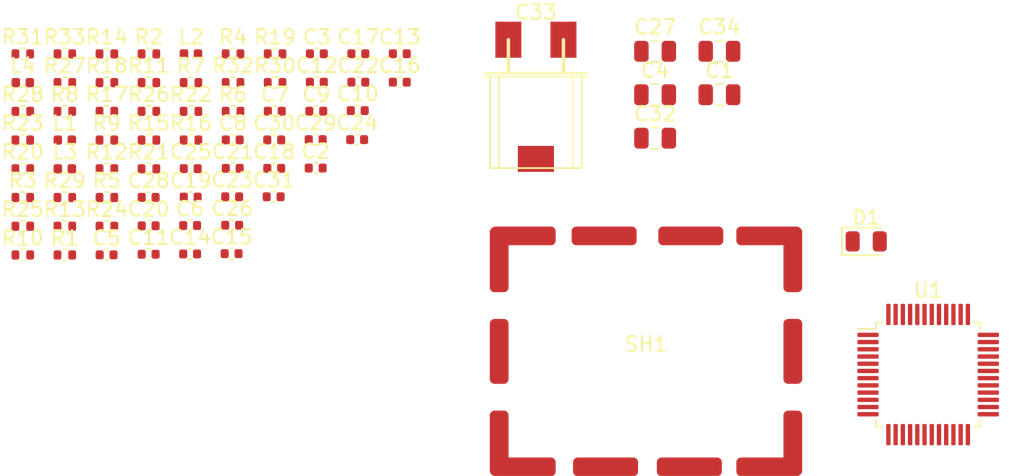
<source format=kicad_pcb>
(kicad_pcb (version 20211014) (generator pcbnew)
  (layers (0 "F.Cu" signal) (31 "B.Cu" signal) (34 "B.Paste" user) (35 "F.Paste" user) (36 "B.SilkS" user "B.Silkscreen") (37 "F.SilkS" user "F.Silkscreen") (38 "B.Mask" user) (39 "F.Mask" user) (44 "Edge.Cuts" user))
  (net 0 "")
  (footprint "Capacitor_SMD:C_0402_1005Metric" (layer "F.Cu") (at 99.43 69.68)
    (fp_text reference "C10" (at 0 -1.16) (layer "F.SilkS"))
    (fp_text value "100n")
    (fp_line (start -0.107836 0.36) (end 0.107836 0.36) (layer "F.SilkS") (width 0.12))
    (fp_line (start -0.107836 -0.36) (end 0.107836 -0.36) (layer "F.SilkS") (width 0.12))
    (pad "1" smd roundrect (at -0.48 0) (size 0.56 0.62) (layers "F.Cu" "F.Paste" "F.Mask"))
    (pad "2" smd roundrect (at 0.48 0) (size 0.56 0.62) (layers "F.Cu" "F.Paste" "F.Mask"))
  )
  (footprint "Capacitor_SMD:C_0402_1005Metric" (layer "F.Cu") (at 99.39 71.69)
    (fp_text reference "C24" (at 0 -1.16) (layer "F.SilkS"))
    (fp_text value "tbd pF")
    (fp_line (start -0.107836 0.36) (end 0.107836 0.36) (layer "F.SilkS") (width 0.12))
    (fp_line (start -0.107836 -0.36) (end 0.107836 -0.36) (layer "F.SilkS") (width 0.12))
    (pad "1" smd roundrect (at -0.48 0) (size 0.56 0.62) (layers "F.Cu" "F.Paste" "F.Mask"))
    (pad "2" smd roundrect (at 0.48 0) (size 0.56 0.62) (layers "F.Cu" "F.Paste" "F.Mask"))
  )
  (footprint "Resistor_SMD:R_0402_1005Metric" (layer "F.Cu") (at 82.07 73.71)
    (fp_text reference "R12" (at 0 -1.17) (layer "F.SilkS"))
    (fp_text value "68R")
    (fp_line (start -0.153641 -0.38) (end 0.153641 -0.38) (layer "F.SilkS") (width 0.12))
    (fp_line (start -0.153641 0.38) (end 0.153641 0.38) (layer "F.SilkS") (width 0.12))
    (pad "1" smd roundrect (at -0.51 0) (size 0.54 0.64) (layers "F.Cu" "F.Paste" "F.Mask"))
    (pad "2" smd roundrect (at 0.51 0) (size 0.54 0.64) (layers "F.Cu" "F.Paste" "F.Mask"))
  )
  (footprint "Capacitor_SMD:C_0402_1005Metric" (layer "F.Cu") (at 90.74 77.62)
    (fp_text reference "C26" (at 0 -1.16) (layer "F.SilkS"))
    (fp_text value "tbd pF")
    (fp_line (start -0.107836 -0.36) (end 0.107836 -0.36) (layer "F.SilkS") (width 0.12))
    (fp_line (start -0.107836 0.36) (end 0.107836 0.36) (layer "F.SilkS") (width 0.12))
    (pad "1" smd roundrect (at -0.48 0) (size 0.56 0.62) (layers "F.Cu" "F.Paste" "F.Mask"))
    (pad "2" smd roundrect (at 0.48 0) (size 0.56 0.62) (layers "F.Cu" "F.Paste" "F.Mask"))
  )
  (footprint "Capacitor_SMD:C_0805_2012Metric" (layer "F.Cu") (at 120.01 71.59)
    (fp_text reference "C32" (at 0 -1.68) (layer "F.SilkS"))
    (fp_text value "10uF")
    (fp_line (start -0.261252 0.735) (end 0.261252 0.735) (layer "F.SilkS") (width 0.12))
    (fp_line (start -0.261252 -0.735) (end 0.261252 -0.735) (layer "F.SilkS") (width 0.12))
    (pad "1" smd roundrect (at -0.95 0) (size 1 1.45) (layers "F.Cu" "F.Paste" "F.Mask"))
    (pad "2" smd roundrect (at 0.95 0) (size 1 1.45) (layers "F.Cu" "F.Paste" "F.Mask"))
  )
  (footprint "Capacitor_SMD:C_0402_1005Metric" (layer "F.Cu") (at 90.7 79.59)
    (fp_text reference "C15" (at 0 -1.16) (layer "F.SilkS"))
    (fp_text value "tbd pF")
    (fp_line (start -0.107836 0.36) (end 0.107836 0.36) (layer "F.SilkS") (width 0.12))
    (fp_line (start -0.107836 -0.36) (end 0.107836 -0.36) (layer "F.SilkS") (width 0.12))
    (pad "1" smd roundrect (at -0.48 0) (size 0.56 0.62) (layers "F.Cu" "F.Paste" "F.Mask"))
    (pad "2" smd roundrect (at 0.48 0) (size 0.56 0.62) (layers "F.Cu" "F.Paste" "F.Mask"))
  )
  (footprint "Resistor_SMD:R_0402_1005Metric" (layer "F.Cu") (at 82.07 67.74)
    (fp_text reference "R18" (at 0 -1.17) (layer "F.SilkS"))
    (fp_text value "10k")
    (fp_line (start -0.153641 0.38) (end 0.153641 0.38) (layer "F.SilkS") (width 0.12))
    (fp_line (start -0.153641 -0.38) (end 0.153641 -0.38) (layer "F.SilkS") (width 0.12))
    (pad "1" smd roundrect (at -0.51 0) (size 0.54 0.64) (layers "F.Cu" "F.Paste" "F.Mask"))
    (pad "2" smd roundrect (at 0.51 0) (size 0.54 0.64) (layers "F.Cu" "F.Paste" "F.Mask"))
  )
  (footprint "Package_QFP:LQFP-48_7x7mm_P0.5mm" (layer "F.Cu") (at 138.905 87.965)
    (fp_text reference "U1" (at 0 -5.85) (layer "F.SilkS"))
    (fp_text value "STM32F100C8Tb8")
    (fp_line (start -3.16 -3.61) (end -3.61 -3.61) (layer "F.SilkS") (width 0.12))
    (fp_line (start -3.16 3.61) (end -3.61 3.61) (layer "F.SilkS") (width 0.12))
    (fp_line (start -3.61 -3.61) (end -3.61 -3.16) (layer "F.SilkS") (width 0.12))
    (fp_line (start -3.61 -3.16) (end -4.9 -3.16) (layer "F.SilkS") (width 0.12))
    (fp_line (start -3.61 3.61) (end -3.61 3.16) (layer "F.SilkS") (width 0.12))
    (fp_line (start 3.61 -3.61) (end 3.61 -3.16) (layer "F.SilkS") (width 0.12))
    (fp_line (start 3.16 3.61) (end 3.61 3.61) (layer "F.SilkS") (width 0.12))
    (fp_line (start 3.16 -3.61) (end 3.61 -3.61) (layer "F.SilkS") (width 0.12))
    (fp_line (start 3.61 3.61) (end 3.61 3.16) (layer "F.SilkS") (width 0.12))
    (pad "1" smd roundrect (at -4.1625 -2.75) (size 1.475 0.3) (layers "F.Cu" "F.Paste" "F.Mask"))
    (pad "2" smd roundrect (at -4.1625 -2.25) (size 1.475 0.3) (layers "F.Cu" "F.Paste" "F.Mask"))
    (pad "3" smd roundrect (at -4.1625 -1.75) (size 1.475 0.3) (layers "F.Cu" "F.Paste" "F.Mask"))
    (pad "4" smd roundrect (at -4.1625 -1.25) (size 1.475 0.3) (layers "F.Cu" "F.Paste" "F.Mask"))
    (pad "5" smd roundrect (at -4.1625 -0.75) (size 1.475 0.3) (layers "F.Cu" "F.Paste" "F.Mask"))
    (pad "6" smd roundrect (at -4.1625 -0.25) (size 1.475 0.3) (layers "F.Cu" "F.Paste" "F.Mask"))
    (pad "7" smd roundrect (at -4.1625 0.25) (size 1.475 0.3) (layers "F.Cu" "F.Paste" "F.Mask"))
    (pad "8" smd roundrect (at -4.1625 0.75) (size 1.475 0.3) (layers "F.Cu" "F.Paste" "F.Mask"))
    (pad "9" smd roundrect (at -4.1625 1.25) (size 1.475 0.3) (layers "F.Cu" "F.Paste" "F.Mask"))
    (pad "10" smd roundrect (at -4.1625 1.75) (size 1.475 0.3) (layers "F.Cu" "F.Paste" "F.Mask"))
    (pad "11" smd roundrect (at -4.1625 2.25) (size 1.475 0.3) (layers "F.Cu" "F.Paste" "F.Mask"))
    (pad "12" smd roundrect (at -4.1625 2.75) (size 1.475 0.3) (layers "F.Cu" "F.Paste" "F.Mask"))
    (pad "13" smd roundrect (at -2.75 4.1625) (size 0.3 1.475) (layers "F.Cu" "F.Paste" "F.Mask"))
    (pad "14" smd roundrect (at -2.25 4.1625) (size 0.3 1.475) (layers "F.Cu" "F.Paste" "F.Mask"))
    (pad "15" smd roundrect (at -1.75 4.1625) (size 0.3 1.475) (layers "F.Cu" "F.Paste" "F.Mask"))
    (pad "16" smd roundrect (at -1.25 4.1625) (size 0.3 1.475) (layers "F.Cu" "F.Paste" "F.Mask"))
    (pad "17" smd roundrect (at -0.75 4.1625) (size 0.3 1.475) (layers "F.Cu" "F.Paste" "F.Mask"))
    (pad "18" smd roundrect (at -0.25 4.1625) (size 0.3 1.475) (layers "F.Cu" "F.Paste" "F.Mask"))
    (pad "19" smd roundrect (at 0.25 4.1625) (size 0.3 1.475) (layers "F.Cu" "F.Paste" "F.Mask"))
    (pad "20" smd roundrect (at 0.75 4.1625) (size 0.3 1.475) (layers "F.Cu" "F.Paste" "F.Mask"))
    (pad "21" smd roundrect (at 1.25 4.1625) (size 0.3 1.475) (layers "F.Cu" "F.Paste" "F.Mask"))
    (pad "22" smd roundrect (at 1.75 4.1625) (size 0.3 1.475) (layers "F.Cu" "F.Paste" "F.Mask"))
    (pad "23" smd roundrect (at 2.25 4.1625) (size 0.3 1.475) (layers "F.Cu" "F.Paste" "F.Mask"))
    (pad "24" smd roundrect (at 2.75 4.1625) (size 0.3 1.475) (layers "F.Cu" "F.Paste" "F.Mask"))
    (pad "25" smd roundrect (at 4.1625 2.75) (size 1.475 0.3) (layers "F.Cu" "F.Paste" "F.Mask"))
    (pad "26" smd roundrect (at 4.1625 2.25) (size 1.475 0.3) (layers "F.Cu" "F.Paste" "F.Mask"))
    (pad "27" smd roundrect (at 4.1625 1.75) (size 1.475 0.3) (layers "F.Cu" "F.Paste" "F.Mask"))
    (pad "28" smd roundrect (at 4.1625 1.25) (size 1.475 0.3) (layers "F.Cu" "F.Paste" "F.Mask"))
    (pad "29" smd roundrect (at 4.1625 0.75) (size 1.475 0.3) (layers "F.Cu" "F.Paste" "F.Mask"))
    (pad "30" smd roundrect (at 4.1625 0.25) (size 1.475 0.3) (layers "F.Cu" "F.Paste" "F.Mask"))
    (pad "31" smd roundrect (at 4.1625 -0.25) (size 1.475 0.3) (layers "F.Cu" "F.Paste" "F.Mask"))
    (pad "32" smd roundrect (at 4.1625 -0.75) (size 1.475 0.3) (layers "F.Cu" "F.Paste" "F.Mask"))
    (pad "33" smd roundrect (at 4.1625 -1.25) (size 1.475 0.3) (layers "F.Cu" "F.Paste" "F.Mask"))
    (pad "34" smd roundrect (at 4.1625 -1.75) (size 1.475 0.3) (layers "F.Cu" "F.Paste" "F.Mask"))
    (pad "35" smd roundrect (at 4.1625 -2.25) (size 1.475 0.3) (layers "F.Cu" "F.Paste" "F.Mask"))
    (pad "36" smd roundrect (at 4.1625 -2.75) (size 1.475 0.3) (layers "F.Cu" "F.Paste" "F.Mask"))
    (pad "37" smd roundrect (at 2.75 -4.1625) (size 0.3 1.475) (layers "F.Cu" "F.Paste" "F.Mask"))
    (pad "38" smd roundrect (at 2.25 -4.1625) (size 0.3 1.475) (layers "F.Cu" "F.Paste" "F.Mask"))
    (pad "39" smd roundrect (at 1.75 -4.1625) (size 0.3 1.475) (layers "F.Cu" "F.Paste" "F.Mask"))
    (pad "40" smd roundrect (at 1.25 -4.1625) (size 0.3 1.475) (layers "F.Cu" "F.Paste" "F.Mask"))
    (pad "41" smd roundrect (at 0.75 -4.1625) (size 0.3 1.475) (layers "F.Cu" "F.Paste" "F.Mask"))
    (pad "42" smd roundrect (at 0.25 -4.1625) (size 0.3 1.475) (layers "F.Cu" "F.Paste" "F.Mask"))
    (pad "43" smd roundrect (at -0.25 -4.1625) (size 0.3 1.475) (layers "F.Cu" "F.Paste" "F.Mask"))
    (pad "44" smd roundrect (at -0.75 -4.1625) (size 0.3 1.475) (layers "F.Cu" "F.Paste" "F.Mask"))
    (pad "45" smd roundrect (at -1.25 -4.1625) (size 0.3 1.475) (layers "F.Cu" "F.Paste" "F.Mask"))
    (pad "46" smd roundrect (at -1.75 -4.1625) (size 0.3 1.475) (layers "F.Cu" "F.Paste" "F.Mask"))
    (pad "47" smd roundrect (at -2.25 -4.1625) (size 0.3 1.475) (layers "F.Cu" "F.Paste" "F.Mask"))
    (pad "48" smd roundrect (at -2.75 -4.1625) (size 0.3 1.475) (layers "F.Cu" "F.Paste" "F.Mask"))
  )
  (footprint "Resistor_SMD:R_0402_1005Metric" (layer "F.Cu") (at 82.07 65.75)
    (fp_text reference "R14" (at 0 -1.17) (layer "F.SilkS"))
    (fp_text value "10k")
    (fp_line (start -0.153641 -0.38) (end 0.153641 -0.38) (layer "F.SilkS") (width 0.12))
    (fp_line (start -0.153641 0.38) (end 0.153641 0.38) (layer "F.SilkS") (width 0.12))
    (pad "1" smd roundrect (at -0.51 0) (size 0.54 0.64) (layers "F.Cu" "F.Paste" "F.Mask"))
    (pad "2" smd roundrect (at 0.51 0) (size 0.54 0.64) (layers "F.Cu" "F.Paste" "F.Mask"))
  )
  (footprint "Capacitor_SMD:C_0402_1005Metric" (layer "F.Cu") (at 93.69 69.72)
    (fp_text reference "C7" (at 0 -1.16) (layer "F.SilkS"))
    (fp_text value "1n")
    (fp_line (start -0.107836 0.36) (end 0.107836 0.36) (layer "F.SilkS") (width 0.12))
    (fp_line (start -0.107836 -0.36) (end 0.107836 -0.36) (layer "F.SilkS") (width 0.12))
    (pad "1" smd roundrect (at -0.48 0) (size 0.56 0.62) (layers "F.Cu" "F.Paste" "F.Mask"))
    (pad "2" smd roundrect (at 0.48 0) (size 0.56 0.62) (layers "F.Cu" "F.Paste" "F.Mask"))
  )
  (footprint "Inductor_SMD:L_0402_1005Metric" (layer "F.Cu") (at 79.16 71.72)
    (fp_text reference "L1" (at 0 -1.17) (layer "F.SilkS"))
    (fp_text value "tbd")
    (pad "1" smd roundrect (at -0.485 0) (size 0.59 0.64) (layers "F.Cu" "F.Paste" "F.Mask"))
    (pad "2" smd roundrect (at 0.485 0) (size 0.59 0.64) (layers "F.Cu" "F.Paste" "F.Mask"))
  )
  (footprint "Capacitor_SMD:C_0402_1005Metric" (layer "F.Cu") (at 93.65 73.68)
    (fp_text reference "C18" (at 0 -1.16) (layer "F.SilkS"))
    (fp_text value "10n")
    (fp_line (start -0.107836 0.36) (end 0.107836 0.36) (layer "F.SilkS") (width 0.12))
    (fp_line (start -0.107836 -0.36) (end 0.107836 -0.36) (layer "F.SilkS") (width 0.12))
    (pad "1" smd roundrect (at -0.48 0) (size 0.56 0.62) (layers "F.Cu" "F.Paste" "F.Mask"))
    (pad "2" smd roundrect (at 0.48 0) (size 0.56 0.62) (layers "F.Cu" "F.Paste" "F.Mask"))
  )
  (footprint "Capacitor_SMD:C_0402_1005Metric" (layer "F.Cu") (at 102.34 65.74)
    (fp_text reference "C13" (at 0 -1.16) (layer "F.SilkS"))
    (fp_text value "100n")
    (fp_line (start -0.107836 -0.36) (end 0.107836 -0.36) (layer "F.SilkS") (width 0.12))
    (fp_line (start -0.107836 0.36) (end 0.107836 0.36) (layer "F.SilkS") (width 0.12))
    (pad "1" smd roundrect (at -0.48 0) (size 0.56 0.62) (layers "F.Cu" "F.Paste" "F.Mask"))
    (pad "2" smd roundrect (at 0.48 0) (size 0.56 0.62) (layers "F.Cu" "F.Paste" "F.Mask"))
  )
  (footprint "Resistor_SMD:R_0402_1005Metric" (layer "F.Cu") (at 79.16 67.74)
    (fp_text reference "R27" (at 0 -1.17) (layer "F.SilkS"))
    (fp_text value "10k")
    (fp_line (start -0.153641 -0.38) (end 0.153641 -0.38) (layer "F.SilkS") (width 0.12))
    (fp_line (start -0.153641 0.38) (end 0.153641 0.38) (layer "F.SilkS") (width 0.12))
    (pad "1" smd roundrect (at -0.51 0) (size 0.54 0.64) (layers "F.Cu" "F.Paste" "F.Mask"))
    (pad "2" smd roundrect (at 0.51 0) (size 0.54 0.64) (layers "F.Cu" "F.Paste" "F.Mask"))
  )
  (footprint "Inductor_SMD:L_0402_1005Metric" (layer "F.Cu") (at 79.16 73.71)
    (fp_text reference "L3" (at 0 -1.17) (layer "F.SilkS"))
    (fp_text value "tbd")
    (pad "1" smd roundrect (at -0.485 0) (size 0.59 0.64) (layers "F.Cu" "F.Paste" "F.Mask"))
    (pad "2" smd roundrect (at 0.485 0) (size 0.59 0.64) (layers "F.Cu" "F.Paste" "F.Mask"))
  )
  (footprint "RPM411:RMP411_Shield" (layer "F.Cu") (at 119.38 86.36)
    (fp_text reference "SH1" (at 0 -0.5 unlocked) (layer "F.SilkS"))
    (fp_text value "RFShield")
    (pad "1" smd roundrect (at 10.16 0 270) (size 4.5 1.3) (layers "F.Cu" "F.Paste" "F.Mask"))
    (pad "1" smd roundrect (at 3.1 -8 180) (size 4.5 1.3) (layers "F.Cu" "F.Paste" "F.Mask"))
    (pad "1" smd roundrect (at -10.16 -6.35 270) (size 4.5 1.3) (layers "F.Cu" "F.Paste" "F.Mask"))
    (pad "1" smd roundrect (at -8.5 -8) (size 4.5 1.3) (layers "F.Cu" "F.Paste" "F.Mask"))
    (pad "1" smd roundrect (at 8.5 8) (size 4.5 1.3) (layers "F.Cu" "F.Paste" "F.Mask"))
    (pad "1" smd roundrect (at 10.16 -6.35 270) (size 4.5 1.3) (layers "F.Cu" "F.Paste" "F.Mask"))
    (pad "1" smd roundrect (at -10.16 6.35 270) (size 4.5 1.3) (layers "F.Cu" "F.Paste" "F.Mask"))
    (pad "1" smd roundrect (at -2.9 -8 180) (size 4.5 1.3) (layers "F.Cu" "F.Paste" "F.Mask"))
    (pad "1" smd roundrect (at 8.5 -8) (size 4.5 1.3) (layers "F.Cu" "F.Paste" "F.Mask"))
    (pad "1" smd roundrect (at -8.5 8) (size 4.5 1.3) (layers "F.Cu" "F.Paste" "F.Mask"))
    (pad "1" smd roundrect (at -2.8 8 180) (size 4.5 1.3) (layers "F.Cu" "F.Paste" "F.Mask"))
    (pad "1" smd roundrect (at 10.16 6.35 270) (size 4.5 1.3) (layers "F.Cu" "F.Paste" "F.Mask"))
    (pad "1" smd roundrect (at -10.16 0 270) (size 4.5 1.3) (layers "F.Cu" "F.Paste" "F.Mask"))
    (pad "1" smd roundrect (at 3 8 180) (size 4.5 1.3) (layers "F.Cu" "F.Paste" "F.Mask"))
  )
  (footprint "Resistor_SMD:R_0402_1005Metric" (layer "F.Cu") (at 76.25 77.69)
    (fp_text reference "R25" (at 0 -1.17) (layer "F.SilkS"))
    (fp_text value "0R")
    (fp_line (start -0.153641 -0.38) (end 0.153641 -0.38) (layer "F.SilkS") (width 0.12))
    (fp_line (start -0.153641 0.38) (end 0.153641 0.38) (layer "F.SilkS") (width 0.12))
    (pad "1" smd roundrect (at -0.51 0) (size 0.54 0.64) (layers "F.Cu" "F.Paste" "F.Mask"))
    (pad "2" smd roundrect (at 0.51 0) (size 0.54 0.64) (layers "F.Cu" "F.Paste" "F.Mask"))
  )
  (footprint "Capacitor_SMD:C_0402_1005Metric" (layer "F.Cu") (at 99.47 65.74)
    (fp_text reference "C17" (at 0 -1.16) (layer "F.SilkS"))
    (fp_text value "100n")
    (fp_line (start -0.107836 -0.36) (end 0.107836 -0.36) (layer "F.SilkS") (width 0.12))
    (fp_line (start -0.107836 0.36) (end 0.107836 0.36) (layer "F.SilkS") (width 0.12))
    (pad "1" smd roundrect (at -0.48 0) (size 0.56 0.62) (layers "F.Cu" "F.Paste" "F.Mask"))
    (pad "2" smd roundrect (at 0.48 0) (size 0.56 0.62) (layers "F.Cu" "F.Paste" "F.Mask"))
  )
  (footprint "Resistor_SMD:R_0402_1005Metric" (layer "F.Cu") (at 82.07 75.7)
    (fp_text reference "R5" (at 0 -1.17) (layer "F.SilkS"))
    (fp_text value "1k")
    (fp_line (start -0.153641 -0.38) (end 0.153641 -0.38) (layer "F.SilkS") (width 0.12))
    (fp_line (start -0.153641 0.38) (end 0.153641 0.38) (layer "F.SilkS") (width 0.12))
    (pad "1" smd roundrect (at -0.51 0) (size 0.54 0.64) (layers "F.Cu" "F.Paste" "F.Mask"))
    (pad "2" smd roundrect (at 0.51 0) (size 0.54 0.64) (layers "F.Cu" "F.Paste" "F.Mask"))
  )
  (footprint "Capacitor_SMD:C_0402_1005Metric" (layer "F.Cu") (at 82.05 79.67)
    (fp_text reference "C5" (at 0 -1.16) (layer "F.SilkS"))
    (fp_text value "100n")
    (fp_line (start -0.107836 -0.36) (end 0.107836 -0.36) (layer "F.SilkS") (width 0.12))
    (fp_line (start -0.107836 0.36) (end 0.107836 0.36) (layer "F.SilkS") (width 0.12))
    (pad "1" smd roundrect (at -0.48 0) (size 0.56 0.62) (layers "F.Cu" "F.Paste" "F.Mask"))
    (pad "2" smd roundrect (at 0.48 0) (size 0.56 0.62) (layers "F.Cu" "F.Paste" "F.Mask"))
  )
  (footprint "Resistor_SMD:R_0402_1005Metric" (layer "F.Cu") (at 82.07 69.73)
    (fp_text reference "R17" (at 0 -1.17) (layer "F.SilkS"))
    (fp_text value "10k")
    (fp_line (start -0.153641 0.38) (end 0.153641 0.38) (layer "F.SilkS") (width 0.12))
    (fp_line (start -0.153641 -0.38) (end 0.153641 -0.38) (layer "F.SilkS") (width 0.12))
    (pad "1" smd roundrect (at -0.51 0) (size 0.54 0.64) (layers "F.Cu" "F.Paste" "F.Mask"))
    (pad "2" smd roundrect (at 0.51 0) (size 0.54 0.64) (layers "F.Cu" "F.Paste" "F.Mask"))
  )
  (footprint "Resistor_SMD:R_0402_1005Metric" (layer "F.Cu") (at 82.07 71.72)
    (fp_text reference "R9" (at 0 -1.17) (layer "F.SilkS"))
    (fp_text value "10k")
    (fp_line (start -0.153641 0.38) (end 0.153641 0.38) (layer "F.SilkS") (width 0.12))
    (fp_line (start -0.153641 -0.38) (end 0.153641 -0.38) (layer "F.SilkS") (width 0.12))
    (pad "1" smd roundrect (at -0.51 0) (size 0.54 0.64) (layers "F.Cu" "F.Paste" "F.Mask"))
    (pad "2" smd roundrect (at 0.51 0) (size 0.54 0.64) (layers "F.Cu" "F.Paste" "F.Mask"))
  )
  (footprint "Resistor_SMD:R_0402_1005Metric" (layer "F.Cu") (at 90.8 67.74)
    (fp_text reference "R32" (at 0 -1.17) (layer "F.SilkS"))
    (fp_text value "220R")
    (fp_line (start -0.153641 0.38) (end 0.153641 0.38) (layer "F.SilkS") (width 0.12))
    (fp_line (start -0.153641 -0.38) (end 0.153641 -0.38) (layer "F.SilkS") (width 0.12))
    (pad "1" smd roundrect (at -0.51 0) (size 0.54 0.64) (layers "F.Cu" "F.Paste" "F.Mask"))
    (pad "2" smd roundrect (at 0.51 0) (size 0.54 0.64) (layers "F.Cu" "F.Paste" "F.Mask"))
  )
  (footprint "Resistor_SMD:R_0402_1005Metric" (layer "F.Cu") (at 90.8 65.75)
    (fp_text reference "R4" (at 0 -1.17) (layer "F.SilkS"))
    (fp_text value "1k")
    (fp_line (start -0.153641 0.38) (end 0.153641 0.38) (layer "F.SilkS") (width 0.12))
    (fp_line (start -0.153641 -0.38) (end 0.153641 -0.38) (layer "F.SilkS") (width 0.12))
    (pad "1" smd roundrect (at -0.51 0) (size 0.54 0.64) (layers "F.Cu" "F.Paste" "F.Mask"))
    (pad "2" smd roundrect (at 0.51 0) (size 0.54 0.64) (layers "F.Cu" "F.Paste" "F.Mask"))
  )
  (footprint "Resistor_SMD:R_0402_1005Metric" (layer "F.Cu") (at 90.8 69.73)
    (fp_text reference "R6" (at 0 -1.17) (layer "F.SilkS"))
    (fp_text value "10k")
    (fp_line (start -0.153641 -0.38) (end 0.153641 -0.38) (layer "F.SilkS") (width 0.12))
    (fp_line (start -0.153641 0.38) (end 0.153641 0.38) (layer "F.SilkS") (width 0.12))
    (pad "1" smd roundrect (at -0.51 0) (size 0.54 0.64) (layers "F.Cu" "F.Paste" "F.Mask"))
    (pad "2" smd roundrect (at 0.51 0) (size 0.54 0.64) (layers "F.Cu" "F.Paste" "F.Mask"))
  )
  (footprint "Resistor_SMD:R_0402_1005Metric" (layer "F.Cu") (at 79.16 77.69)
    (fp_text reference "R13" (at 0 -1.17) (layer "F.SilkS"))
    (fp_text value "1k")
    (fp_line (start -0.153641 -0.38) (end 0.153641 -0.38) (layer "F.SilkS") (width 0.12))
    (fp_line (start -0.153641 0.38) (end 0.153641 0.38) (layer "F.SilkS") (width 0.12))
    (pad "1" smd roundrect (at -0.51 0) (size 0.54 0.64) (layers "F.Cu" "F.Paste" "F.Mask"))
    (pad "2" smd roundrect (at 0.51 0) (size 0.54 0.64) (layers "F.Cu" "F.Paste" "F.Mask"))
  )
  (footprint "Capacitor_SMD:C_0402_1005Metric" (layer "F.Cu") (at 84.96 79.63)
    (fp_text reference "C11" (at 0 -1.16) (layer "F.SilkS"))
    (fp_text value "10n")
    (fp_line (start -0.107836 0.36) (end 0.107836 0.36) (layer "F.SilkS") (width 0.12))
    (fp_line (start -0.107836 -0.36) (end 0.107836 -0.36) (layer "F.SilkS") (width 0.12))
    (pad "1" smd roundrect (at -0.48 0) (size 0.56 0.62) (layers "F.Cu" "F.Paste" "F.Mask"))
    (pad "2" smd roundrect (at 0.48 0) (size 0.56 0.62) (layers "F.Cu" "F.Paste" "F.Mask"))
  )
  (footprint "Capacitor_SMD:C_0402_1005Metric" (layer "F.Cu") (at 84.96 75.69)
    (fp_text reference "C28" (at 0 -1.16) (layer "F.SilkS"))
    (fp_text value "100n")
    (fp_line (start -0.107836 0.36) (end 0.107836 0.36) (layer "F.SilkS") (width 0.12))
    (fp_line (start -0.107836 -0.36) (end 0.107836 -0.36) (layer "F.SilkS") (width 0.12))
    (pad "1" smd roundrect (at -0.48 0) (size 0.56 0.62) (layers "F.Cu" "F.Paste" "F.Mask"))
    (pad "2" smd roundrect (at 0.48 0) (size 0.56 0.62) (layers "F.Cu" "F.Paste" "F.Mask"))
  )
  (footprint "RPM411:Cap_Shield" (layer "F.Cu") (at 111.76 68.58)
    (fp_text reference "C33" (at 0 -5.715 unlocked) (layer "F.SilkS"))
    (fp_text value "15pF")
    (fp_line (start 3.175 5.08) (end -3.175 5.08) (layer "F.SilkS") (width 0.12))
    (fp_line (start 2.54 -1.27) (end 2.54 5.08) (layer "F.SilkS") (width 0.12))
    (fp_line (start -1.905 -3.81) (end -1.905 -1.524) (layer "F.SilkS") (width 0.24))
    (fp_line (start -3.556 -1.524) (end -3.175 -1.524) (layer "F.SilkS") (width 0.12))
    (fp_line (start 3.175 -1.27) (end 3.175 5.08) (layer "F.SilkS") (width 0.12))
    (fp_line (start -3.175 5.08) (end -3.175 -1.27) (layer "F.SilkS") (width 0.12))
    (fp_line (start 1.905 -3.81) (end 1.905 -1.524) (layer "F.SilkS") (width 0.24))
    (fp_line (start -2.54 -1.27) (end -2.54 5.08) (layer "F.SilkS") (width 0.12))
    (fp_line (start 3.556 -1.524) (end 3.175 -1.524) (layer "F.SilkS") (width 0.12))
    (fp_line (start 3.556 -1.27) (end 3.175 -1.27) (layer "F.SilkS") (width 0.12))
    (fp_line (start 3.175 -1.524) (end -3.175 -1.524) (layer "F.SilkS") (width 0.12))
    (fp_line (start -3.556 -1.27) (end -3.175 -1.27) (layer "F.SilkS") (width 0.12))
    (fp_line (start -3.175 -1.27) (end 3.175 -1.27) (layer "F.SilkS") (width 0.12))
    (pad "1" smd rect (at -1.905 -3.81) (size 1.8 2.5) (layers "F.Cu" "F.Paste" "F.Mask"))
    (pad "2" smd rect (at 1.905 -3.81) (size 1.8 2.5) (layers "F.Cu" "F.Paste" "F.Mask"))
    (pad "SH" smd rect (at 0 4.445 270) (size 1.8 2.5) (layers "F.Cu" "F.Paste" "F.Mask"))
  )
  (footprint "Resistor_SMD:R_0402_1005Metric" (layer "F.Cu") (at 87.89 69.73)
    (fp_text reference "R22" (at 0 -1.17) (layer "F.SilkS"))
    (fp_text value "68R")
    (fp_line (start -0.153641 0.38) (end 0.153641 0.38) (layer "F.SilkS") (width 0.12))
    (fp_line (start -0.153641 -0.38) (end 0.153641 -0.38) (layer "F.SilkS") (width 0.12))
    (pad "1" smd roundrect (at -0.51 0) (size 0.54 0.64) (layers "F.Cu" "F.Paste" "F.Mask"))
    (pad "2" smd roundrect (at 0.51 0) (size 0.54 0.64) (layers "F.Cu" "F.Paste" "F.Mask"))
  )
  (footprint "Capacitor_SMD:C_0402_1005Metric" (layer "F.Cu") (at 96.52 71.69)
    (fp_text reference "C29" (at 0 -1.16) (layer "F.SilkS"))
    (fp_text value "10n")
    (fp_line (start -0.107836 0.36) (end 0.107836 0.36) (layer "F.SilkS") (width 0.12))
    (fp_line (start -0.107836 -0.36) (end 0.107836 -0.36) (layer "F.SilkS") (width 0.12))
    (pad "1" smd roundrect (at -0.48 0) (size 0.56 0.62) (layers "F.Cu" "F.Paste" "F.Mask"))
    (pad "2" smd roundrect (at 0.48 0) (size 0.56 0.62) (layers "F.Cu" "F.Paste" "F.Mask"))
  )
  (footprint "Capacitor_SMD:C_0402_1005Metric" (layer "F.Cu") (at 87.87 73.7)
    (fp_text reference "C25" (at 0 -1.16) (layer "F.SilkS"))
    (fp_text value "10n")
    (fp_line (start -0.107836 -0.36) (end 0.107836 -0.36) (layer "F.SilkS") (width 0.12))
    (fp_line (start -0.107836 0.36) (end 0.107836 0.36) (layer "F.SilkS") (width 0.12))
    (pad "1" smd roundrect (at -0.48 0) (size 0.56 0.62) (layers "F.Cu" "F.Paste" "F.Mask"))
    (pad "2" smd roundrect (at 0.48 0) (size 0.56 0.62) (layers "F.Cu" "F.Paste" "F.Mask"))
  )
  (footprint "Resistor_SMD:R_0402_1005Metric" (layer "F.Cu") (at 87.89 67.74)
    (fp_text reference "R7" (at 0 -1.17) (layer "F.SilkS"))
    (fp_text value "3k9")
    (fp_line (start -0.153641 0.38) (end 0.153641 0.38) (layer "F.SilkS") (width 0.12))
    (fp_line (start -0.153641 -0.38) (end 0.153641 -0.38) (layer "F.SilkS") (width 0.12))
    (pad "1" smd roundrect (at -0.51 0) (size 0.54 0.64) (layers "F.Cu" "F.Paste" "F.Mask"))
    (pad "2" smd roundrect (at 0.51 0) (size 0.54 0.64) (layers "F.Cu" "F.Paste" "F.Mask"))
  )
  (footprint "Capacitor_SMD:C_0402_1005Metric" (layer "F.Cu") (at 96.6 67.71)
    (fp_text reference "C12" (at 0 -1.16) (layer "F.SilkS"))
    (fp_text value "tbd pF")
    (fp_line (start -0.107836 0.36) (end 0.107836 0.36) (layer "F.SilkS") (width 0.12))
    (fp_line (start -0.107836 -0.36) (end 0.107836 -0.36) (layer "F.SilkS") (width 0.12))
    (pad "1" smd roundrect (at -0.48 0) (size 0.56 0.62) (layers "F.Cu" "F.Paste" "F.Mask"))
    (pad "2" smd roundrect (at 0.48 0) (size 0.56 0.62) (layers "F.Cu" "F.Paste" "F.Mask"))
  )
  (footprint "Capacitor_SMD:C_0402_1005Metric" (layer "F.Cu") (at 90.78 73.68)
    (fp_text reference "C21" (at 0 -1.16) (layer "F.SilkS"))
    (fp_text value "10n")
    (fp_line (start -0.107836 0.36) (end 0.107836 0.36) (layer "F.SilkS") (width 0.12))
    (fp_line (start -0.107836 -0.36) (end 0.107836 -0.36) (layer "F.SilkS") (width 0.12))
    (pad "1" smd roundrect (at -0.48 0) (size 0.56 0.62) (layers "F.Cu" "F.Paste" "F.Mask"))
    (pad "2" smd roundrect (at 0.48 0) (size 0.56 0.62) (layers "F.Cu" "F.Paste" "F.Mask"))
  )
  (footprint "Resistor_SMD:R_0402_1005Metric" (layer "F.Cu") (at 76.25 75.7)
    (fp_text reference "R3" (at 0 -1.17) (layer "F.SilkS"))
    (fp_text value "10k")
    (fp_line (start -0.153641 0.38) (end 0.153641 0.38) (layer "F.SilkS") (width 0.12))
    (fp_line (start -0.153641 -0.38) (end 0.153641 -0.38) (layer "F.SilkS") (width 0.12))
    (pad "1" smd roundrect (at -0.51 0) (size 0.54 0.64) (layers "F.Cu" "F.Paste" "F.Mask"))
    (pad "2" smd roundrect (at 0.51 0) (size 0.54 0.64) (layers "F.Cu" "F.Paste" "F.Mask"))
  )
  (footprint "Resistor_SMD:R_0402_1005Metric" (layer "F.Cu") (at 76.25 69.73)
    (fp_text reference "R28" (at 0 -1.17) (layer "F.SilkS"))
    (fp_text value "3k9")
    (fp_line (start -0.153641 -0.38) (end 0.153641 -0.38) (layer "F.SilkS") (width 0.12))
    (fp_line (start -0.153641 0.38) (end 0.153641 0.38) (layer "F.SilkS") (width 0.12))
    (pad "1" smd roundrect (at -0.51 0) (size 0.54 0.64) (layers "F.Cu" "F.Paste" "F.Mask"))
    (pad "2" smd roundrect (at 0.51 0) (size 0.54 0.64) (layers "F.Cu" "F.Paste" "F.Mask"))
  )
  (footprint "Resistor_SMD:R_0402_1005Metric" (layer "F.Cu") (at 82.07 77.69)
    (fp_text reference "R24" (at 0 -1.17) (layer "F.SilkS"))
    (fp_text value "0R")
    (fp_line (start -0.153641 -0.38) (end 0.153641 -0.38) (layer "F.SilkS") (width 0.12))
    (fp_line (start -0.153641 0.38) (end 0.153641 0.38) (layer "F.SilkS") (width 0.12))
    (pad "1" smd roundrect (at -0.51 0) (size 0.54 0.64) (layers "F.Cu" "F.Paste" "F.Mask"))
    (pad "2" smd roundrect (at 0.51 0) (size 0.54 0.64) (layers "F.Cu" "F.Paste" "F.Mask"))
  )
  (footprint "Resistor_SMD:R_0402_1005Metric" (layer "F.Cu") (at 76.25 65.75)
    (fp_text reference "R31" (at 0 -1.17) (layer "F.SilkS"))
    (fp_text value "82R")
    (fp_line (start -0.153641 0.38) (end 0.153641 0.38) (layer "F.SilkS") (width 0.12))
    (fp_line (start -0.153641 -0.38) (end 0.153641 -0.38) (layer "F.SilkS") (width 0.12))
    (pad "1" smd roundrect (at -0.51 0) (size 0.54 0.64) (layers "F.Cu" "F.Paste" "F.Mask"))
    (pad "2" smd roundrect (at 0.51 0) (size 0.54 0.64) (layers "F.Cu" "F.Paste" "F.Mask"))
  )
  (footprint "Capacitor_SMD:C_0402_1005Metric" (layer "F.Cu") (at 84.96 77.66)
    (fp_text reference "C20" (at 0 -1.16) (layer "F.SilkS"))
    (fp_text value "10n")
    (fp_line (start -0.107836 0.36) (end 0.107836 0.36) (layer "F.SilkS") (width 0.12))
    (fp_line (start -0.107836 -0.36) (end 0.107836 -0.36) (layer "F.SilkS") (width 0.12))
    (pad "1" smd roundrect (at -0.48 0) (size 0.56 0.62) (layers "F.Cu" "F.Paste" "F.Mask"))
    (pad "2" smd roundrect (at 0.48 0) (size 0.56 0.62) (layers "F.Cu" "F.Paste" "F.Mask"))
  )
  (footprint "Resistor_SMD:R_0402_1005Metric" (layer "F.Cu") (at 76.25 73.71)
    (fp_text reference "R20" (at 0 -1.17) (layer "F.SilkS"))
    (fp_text value "10k")
    (fp_line (start -0.153641 0.38) (end 0.153641 0.38) (layer "F.SilkS") (width 0.12))
    (fp_line (start -0.153641 -0.38) (end 0.153641 -0.38) (layer "F.SilkS") (width 0.12))
    (pad "1" smd roundrect (at -0.51 0) (size 0.54 0.64) (layers "F.Cu" "F.Paste" "F.Mask"))
    (pad "2" smd roundrect (at 0.51 0) (size 0.54 0.64) (layers "F.Cu" "F.Paste" "F.Mask"))
  )
  (footprint "Capacitor_SMD:C_0402_1005Metric" (layer "F.Cu") (at 96.56 69.72)
    (fp_text reference "C9" (at 0 -1.16) (layer "F.SilkS"))
    (fp_text value "10n")
    (fp_line (start -0.107836 0.36) (end 0.107836 0.36) (layer "F.SilkS") (width 0.12))
    (fp_line (start -0.107836 -0.36) (end 0.107836 -0.36) (layer "F.SilkS") (width 0.12))
    (pad "1" smd roundrect (at -0.48 0) (size 0.56 0.62) (layers "F.Cu" "F.Paste" "F.Mask"))
    (pad "2" smd roundrect (at 0.48 0) (size 0.56 0.62) (layers "F.Cu" "F.Paste" "F.Mask"))
  )
  (footprint "Capacitor_SMD:C_0402_1005Metric" (layer "F.Cu") (at 102.34 67.71)
    (fp_text reference "C16" (at 0 -1.16) (layer "F.SilkS"))
    (fp_text value "tbd pF")
    (fp_line (start -0.107836 -0.36) (end 0.107836 -0.36) (layer "F.SilkS") (width 0.12))
    (fp_line (start -0.107836 0.36) (end 0.107836 0.36) (layer "F.SilkS") (width 0.12))
    (pad "1" smd roundrect (at -0.48 0) (size 0.56 0.62) (layers "F.Cu" "F.Paste" "F.Mask"))
    (pad "2" smd roundrect (at 0.48 0) (size 0.56 0.62) (layers "F.Cu" "F.Paste" "F.Mask"))
  )
  (footprint "Capacitor_SMD:C_0402_1005Metric" (layer "F.Cu") (at 96.6 65.74)
    (fp_text reference "C3" (at 0 -1.16) (layer "F.SilkS"))
    (fp_text value "100n")
    (fp_line (start -0.107836 -0.36) (end 0.107836 -0.36) (layer "F.SilkS") (width 0.12))
    (fp_line (start -0.107836 0.36) (end 0.107836 0.36) (layer "F.SilkS") (width 0.12))
    (pad "1" smd roundrect (at -0.48 0) (size 0.56 0.62) (layers "F.Cu" "F.Paste" "F.Mask"))
    (pad "2" smd roundrect (at 0.48 0) (size 0.56 0.62) (layers "F.Cu" "F.Paste" "F.Mask"))
  )
  (footprint "Resistor_SMD:R_0402_1005Metric" (layer "F.Cu") (at 84.98 65.75)
    (fp_text reference "R2" (at 0 -1.17) (layer "F.SilkS"))
    (fp_text value "100R")
    (fp_line (start -0.153641 0.38) (end 0.153641 0.38) (layer "F.SilkS") (width 0.12))
    (fp_line (start -0.153641 -0.38) (end 0.153641 -0.38) (layer "F.SilkS") (width 0.12))
    (pad "1" smd roundrect (at -0.51 0) (size 0.54 0.64) (layers "F.Cu" "F.Paste" "F.Mask"))
    (pad "2" smd roundrect (at 0.51 0) (size 0.54 0.64) (layers "F.Cu" "F.Paste" "F.Mask"))
  )
  (footprint "Resistor_SMD:R_0402_1005Metric" (layer "F.Cu") (at 76.25 79.68)
    (fp_text reference "R10" (at 0 -1.17) (layer "F.SilkS"))
    (fp_text value "10k")
    (fp_line (start -0.153641 0.38) (end 0.153641 0.38) (layer "F.SilkS") (width 0.12))
    (fp_line (start -0.153641 -0.38) (end 0.153641 -0.38) (layer "F.SilkS") (width 0.12))
    (pad "1" smd roundrect (at -0.51 0) (size 0.54 0.64) (layers "F.Cu" "F.Paste" "F.Mask"))
    (pad "2" smd roundrect (at 0.51 0) (size 0.54 0.64) (layers "F.Cu" "F.Paste" "F.Mask"))
  )
  (footprint "Resistor_SMD:R_0402_1005Metric" (layer "F.Cu") (at 76.25 71.72)
    (fp_text reference "R23" (at 0 -1.17) (layer "F.SilkS"))
    (fp_text value "0R")
    (fp_line (start -0.153641 0.38) (end 0.153641 0.38) (layer "F.SilkS") (width 0.12))
    (fp_line (start -0.153641 -0.38) (end 0.153641 -0.38) (layer "F.SilkS") (width 0.12))
    (pad "1" smd roundrect (at -0.51 0) (size 0.54 0.64) (layers "F.Cu" "F.Paste" "F.Mask"))
    (pad "2" smd roundrect (at 0.51 0) (size 0.54 0.64) (layers "F.Cu" "F.Paste" "F.Mask"))
  )
  (footprint "Capacitor_SMD:C_0402_1005Metric" (layer "F.Cu") (at 93.65 71.71)
    (fp_text reference "C30" (at 0 -1.16) (layer "F.SilkS"))
    (fp_text value "10n")
    (fp_line (start -0.107836 0.36) (end 0.107836 0.36) (layer "F.SilkS") (width 0.12))
    (fp_line (start -0.107836 -0.36) (end 0.107836 -0.36) (layer "F.SilkS") (width 0.12))
    (pad "1" smd roundrect (at -0.48 0) (size 0.56 0.62) (layers "F.Cu" "F.Paste" "F.Mask"))
    (pad "2" smd roundrect (at 0.48 0) (size 0.56 0.62) (layers "F.Cu" "F.Paste" "F.Mask"))
  )
  (footprint "Capacitor_SMD:C_0402_1005Metric" (layer "F.Cu") (at 96.52 73.66)
    (fp_text reference "C2" (at 0 -1.16) (layer "F.SilkS"))
    (fp_text value "100n")
    (fp_line (start -0.107836 -0.36) (end 0.107836 -0.36) (layer "F.SilkS") (width 0.12))
    (fp_line (start -0.107836 0.36) (end 0.107836 0.36) (layer "F.SilkS") (width 0.12))
    (pad "1" smd roundrect (at -0.48 0) (size 0.56 0.62) (layers "F.Cu" "F.Paste" "F.Mask"))
    (pad "2" smd roundrect (at 0.48 0) (size 0.56 0.62) (layers "F.Cu" "F.Paste" "F.Mask"))
  )
  (footprint "Capacitor_SMD:C_0402_1005Metric" (layer "F.Cu") (at 90.74 75.65)
    (fp_text reference "C23" (at 0 -1.16) (layer "F.SilkS"))
    (fp_text value "tbd pF")
    (fp_line (start -0.107836 0.36) (end 0.107836 0.36) (layer "F.SilkS") (width 0.12))
    (fp_line (start -0.107836 -0.36) (end 0.107836 -0.36) (layer "F.SilkS") (width 0.12))
    (pad "1" smd roundrect (at -0.48 0) (size 0.56 0.62) (layers "F.Cu" "F.Paste" "F.Mask"))
    (pad "2" smd roundrect (at 0.48 0) (size 0.56 0.62) (layers "F.Cu" "F.Paste" "F.Mask"))
  )
  (footprint "Capacitor_SMD:C_0805_2012Metric" (layer "F.Cu") (at 120.01 68.58)
    (fp_text reference "C4" (at 0 -1.68) (layer "F.SilkS"))
    (fp_text value "10uF")
    (fp_line (start -0.261252 -0.735) (end 0.261252 -0.735) (layer "F.SilkS") (width 0.12))
    (fp_line (start -0.261252 0.735) (end 0.261252 0.735) (layer "F.SilkS") (width 0.12))
    (pad "1" smd roundrect (at -0.95 0) (size 1 1.45) (layers "F.Cu" "F.Paste" "F.Mask"))
    (pad "2" smd roundrect (at 0.95 0) (size 1 1.45) (layers "F.Cu" "F.Paste" "F.Mask"))
  )
  (footprint "Capacitor_SMD:C_0402_1005Metric" (layer "F.Cu") (at 90.78 71.71)
    (fp_text reference "C8" (at 0 -1.16) (layer "F.SilkS"))
    (fp_text value "100n")
    (fp_line (start -0.107836 -0.36) (end 0.107836 -0.36) (layer "F.SilkS") (width 0.12))
    (fp_line (start -0.107836 0.36) (end 0.107836 0.36) (layer "F.SilkS") (width 0.12))
    (pad "1" smd roundrect (at -0.48 0) (size 0.56 0.62) (layers "F.Cu" "F.Paste" "F.Mask"))
    (pad "2" smd roundrect (at 0.48 0) (size 0.56 0.62) (layers "F.Cu" "F.Paste" "F.Mask"))
  )
  (footprint "Capacitor_SMD:C_0402_1005Metric" (layer "F.Cu") (at 93.61 75.65)
    (fp_text reference "C31" (at 0 -1.16) (layer "F.SilkS"))
    (fp_text value "100n")
    (fp_line (start -0.107836 0.36) (end 0.107836 0.36) (layer "F.SilkS") (width 0.12))
    (fp_line (start -0.107836 -0.36) (end 0.107836 -0.36) (layer "F.SilkS") (width 0.12))
    (pad "1" smd roundrect (at -0.48 0) (size 0.56 0.62) (layers "F.Cu" "F.Paste" "F.Mask"))
    (pad "2" smd roundrect (at 0.48 0) (size 0.56 0.62) (layers "F.Cu" "F.Paste" "F.Mask"))
  )
  (footprint "Capacitor_SMD:C_0805_2012Metric" (layer "F.Cu") (at 124.46 68.58)
    (fp_text reference "C1" (at 0 -1.68) (layer "F.SilkS"))
    (fp_text value "10uF")
    (fp_line (start -0.261252 -0.735) (end 0.261252 -0.735) (layer "F.SilkS") (width 0.12))
    (fp_line (start -0.261252 0.735) (end 0.261252 0.735) (layer "F.SilkS") (width 0.12))
    (pad "1" smd roundrect (at -0.95 0) (size 1 1.45) (layers "F.Cu" "F.Paste" "F.Mask"))
    (pad "2" smd roundrect (at 0.95 0) (size 1 1.45) (layers "F.Cu" "F.Paste" "F.Mask"))
  )
  (footprint "Capacitor_SMD:C_0805_2012Metric" (layer "F.Cu") (at 124.46 65.57)
    (fp_text reference "C34" (at 0 -1.68) (layer "F.SilkS"))
    (fp_text value "10uF")
    (fp_line (start -0.261252 -0.735) (end 0.261252 -0.735) (layer "F.SilkS") (width 0.12))
    (fp_line (start -0.261252 0.735) (end 0.261252 0.735) (layer "F.SilkS") (width 0.12))
    (pad "1" smd roundrect (at -0.95 0) (size 1 1.45) (layers "F.Cu" "F.Paste" "F.Mask"))
    (pad "2" smd roundrect (at 0.95 0) (size 1 1.45) (layers "F.Cu" "F.Paste" "F.Mask"))
  )
  (footprint "Capacitor_SMD:C_0402_1005Metric" (layer "F.Cu") (at 87.87 75.67)
    (fp_text reference "C19" (at 0 -1.16) (layer "F.SilkS"))
    (fp_text value "tbd pF")
    (fp_line (start -0.107836 0.36) (end 0.107836 0.36) (layer "F.SilkS") (width 0.12))
    (fp_line (start -0.107836 -0.36) (end 0.107836 -0.36) (layer "F.SilkS") (width 0.12))
    (pad "1" smd roundrect (at -0.48 0) (size 0.56 0.62) (layers "F.Cu" "F.Paste" "F.Mask"))
    (pad "2" smd roundrect (at 0.48 0) (size 0.56 0.62) (layers "F.Cu" "F.Paste" "F.Mask"))
  )
  (footprint "Resistor_SMD:R_0402_1005Metric" (layer "F.Cu") (at 87.89 71.72)
    (fp_text reference "R16" (at 0 -1.17) (layer "F.SilkS"))
    (fp_text value "470R")
    (fp_line (start -0.153641 0.38) (end 0.153641 0.38) (layer "F.SilkS") (width 0.12))
    (fp_line (start -0.153641 -0.38) (end 0.153641 -0.38) (layer "F.SilkS") (width 0.12))
    (pad "1" smd roundrect (at -0.51 0) (size 0.54 0.64) (layers "F.Cu" "F.Paste" "F.Mask"))
    (pad "2" smd roundrect (at 0.51 0) (size 0.54 0.64) (layers "F.Cu" "F.Paste" "F.Mask"))
  )
  (footprint "Resistor_SMD:R_0402_1005Metric" (layer "F.Cu") (at 79.16 65.75)
    (fp_text reference "R33" (at 0 -1.17) (layer "F.SilkS"))
    (fp_text value "68R")
    (fp_line (start -0.153641 0.38) (end 0.153641 0.38) (layer "F.SilkS") (width 0.12))
    (fp_line (start -0.153641 -0.38) (end 0.153641 -0.38) (layer "F.SilkS") (width 0.12))
    (pad "1" smd roundrect (at -0.51 0) (size 0.54 0.64) (layers "F.Cu" "F.Paste" "F.Mask"))
    (pad "2" smd roundrect (at 0.51 0) (size 0.54 0.64) (layers "F.Cu" "F.Paste" "F.Mask"))
  )
  (footprint "Capacitor_SMD:C_0402_1005Metric" (layer "F.Cu") (at 87.83 77.64)
    (fp_text reference "C6" (at 0 -1.16) (layer "F.SilkS"))
    (fp_text value "100n")
    (fp_line (start -0.107836 -0.36) (end 0.107836 -0.36) (layer "F.SilkS") (width 0.12))
    (fp_line (start -0.107836 0.36) (end 0.107836 0.36) (layer "F.SilkS") (width 0.12))
    (pad "1" smd roundrect (at -0.48 0) (size 0.56 0.62) (layers "F.Cu" "F.Paste" "F.Mask"))
    (pad "2" smd roundrect (at 0.48 0) (size 0.56 0.62) (layers "F.Cu" "F.Paste" "F.Mask"))
  )
  (footprint "Resistor_SMD:R_0402_1005Metric" (layer "F.Cu") (at 79.16 69.73)
    (fp_text reference "R8" (at 0 -1.17) (layer "F.SilkS"))
    (fp_text value "3k9")
    (fp_line (start -0.153641 0.38) (end 0.153641 0.38) (layer "F.SilkS") (width 0.12))
    (fp_line (start -0.153641 -0.38) (end 0.153641 -0.38) (layer "F.SilkS") (width 0.12))
    (pad "1" smd roundrect (at -0.51 0) (size 0.54 0.64) (layers "F.Cu" "F.Paste" "F.Mask"))
    (pad "2" smd roundrect (at 0.51 0) (size 0.54 0.64) (layers "F.Cu" "F.Paste" "F.Mask"))
  )
  (footprint "Resistor_SMD:R_0402_1005Metric" (layer "F.Cu") (at 84.98 73.71)
    (fp_text reference "R21" (at 0 -1.17) (layer "F.SilkS"))
    (fp_text value "68R")
    (fp_line (start -0.153641 -0.38) (end 0.153641 -0.38) (layer "F.SilkS") (width 0.12))
    (fp_line (start -0.153641 0.38) (end 0.153641 0.38) (layer "F.SilkS") (width 0.12))
    (pad "1" smd roundrect (at -0.51 0) (size 0.54 0.64) (layers "F.Cu" "F.Paste" "F.Mask"))
    (pad "2" smd roundrect (at 0.51 0) (size 0.54 0.64) (layers "F.Cu" "F.Paste" "F.Mask"))
  )
  (footprint "Inductor_SMD:L_0402_1005Metric" (layer "F.Cu") (at 87.89 65.75)
    (fp_text reference "L2" (at 0 -1.17) (layer "F.SilkS"))
    (fp_text value "tbd")
    (pad "1" smd roundrect (at -0.485 0) (size 0.59 0.64) (layers "F.Cu" "F.Paste" "F.Mask"))
    (pad "2" smd roundrect (at 0.485 0) (size 0.59 0.64) (layers "F.Cu" "F.Paste" "F.Mask"))
  )
  (footprint "Capacitor_SMD:C_0805_2012Metric" (layer "F.Cu") (at 120.01 65.57)
    (fp_text reference "C27" (at 0 -1.68) (layer "F.SilkS"))
    (fp_text value "10uF")
    (fp_line (start -0.261252 -0.735) (end 0.261252 -0.735) (layer "F.SilkS") (width 0.12))
    (fp_line (start -0.261252 0.735) (end 0.261252 0.735) (layer "F.SilkS") (width 0.12))
    (pad "1" smd roundrect (at -0.95 0) (size 1 1.45) (layers "F.Cu" "F.Paste" "F.Mask"))
    (pad "2" smd roundrect (at 0.95 0) (size 1 1.45) (layers "F.Cu" "F.Paste" "F.Mask"))
  )
  (footprint "Inductor_SMD:L_0402_1005Metric" (layer "F.Cu") (at 76.25 67.74)
    (fp_text reference "L4" (at 0 -1.17) (layer "F.SilkS"))
    (fp_text value "tbd")
    (pad "1" smd roundrect (at -0.485 0) (size 0.59 0.64) (layers "F.Cu" "F.Paste" "F.Mask"))
    (pad "2" smd roundrect (at 0.485 0) (size 0.59 0.64) (layers "F.Cu" "F.Paste" "F.Mask"))
  )
  (footprint "LED_SMD:LED_0805_2012Metric" (layer "F.Cu") (at 134.62 78.74)
    (fp_text reference "D1" (at 0 -1.65) (layer "F.SilkS"))
    (fp_text value "LED Green")
    (fp_line (start -1.685 -0.96) (end -1.685 0.96) (layer "F.SilkS") (width 0.12))
    (fp_line (start -1.685 0.96) (end 1 0.96) (layer "F.SilkS") (width 0.12))
    (fp_line (start 1 -0.96) (end -1.685 -0.96) (layer "F.SilkS") (width 0.12))
    (pad "1" smd roundrect (at -0.9375 0) (size 0.975 1.4) (layers "F.Cu" "F.Paste" "F.Mask"))
    (pad "2" smd roundrect (at 0.9375 0) (size 0.975 1.4) (layers "F.Cu" "F.Paste" "F.Mask"))
  )
  (footprint "Capacitor_SMD:C_0402_1005Metric" (layer "F.Cu") (at 87.83 79.61)
    (fp_text reference "C14" (at 0 -1.16) (layer "F.SilkS"))
    (fp_text value "tbd pF")
    (fp_line (start -0.107836 -0.36) (end 0.107836 -0.36) (layer "F.SilkS") (width 0.12))
    (fp_line (start -0.107836 0.36) (end 0.107836 0.36) (layer "F.SilkS") (width 0.12))
    (pad "1" smd roundrect (at -0.48 0) (size 0.56 0.62) (layers "F.Cu" "F.Paste" "F.Mask"))
    (pad "2" smd roundrect (at 0.48 0) (size 0.56 0.62) (layers "F.Cu" "F.Paste" "F.Mask"))
  )
  (footprint "Resistor_SMD:R_0402_1005Metric" (layer "F.Cu") (at 84.98 69.73)
    (fp_text reference "R26" (at 0 -1.17) (layer "F.SilkS"))
    (fp_text value "8k3")
    (fp_line (start -0.153641 -0.38) (end 0.153641 -0.38) (layer "F.SilkS") (width 0.12))
    (fp_line (start -0.153641 0.38) (end 0.153641 0.38) (layer "F.SilkS") (width 0.12))
    (pad "1" smd roundrect (at -0.51 0) (size 0.54 0.64) (layers "F.Cu" "F.Paste" "F.Mask"))
    (pad "2" smd roundrect (at 0.51 0) (size 0.54 0.64) (layers "F.Cu" "F.Paste" "F.Mask"))
  )
  (footprint "Resistor_SMD:R_0402_1005Metric" (layer "F.Cu") (at 79.16 75.7)
    (fp_text reference "R29" (at 0 -1.17) (layer "F.SilkS"))
    (fp_text value "82R")
    (fp_line (start -0.153641 -0.38) (end 0.153641 -0.38) (layer "F.SilkS") (width 0.12))
    (fp_line (start -0.153641 0.38) (end 0.153641 0.38) (layer "F.SilkS") (width 0.12))
    (pad "1" smd roundrect (at -0.51 0) (size 0.54 0.64) (layers "F.Cu" "F.Paste" "F.Mask"))
    (pad "2" smd roundrect (at 0.51 0) (size 0.54 0.64) (layers "F.Cu" "F.Paste" "F.Mask"))
  )
  (footprint "Resistor_SMD:R_0402_1005Metric" (layer "F.Cu") (at 84.98 67.74)
    (fp_text reference "R11" (at 0 -1.17) (layer "F.SilkS"))
    (fp_text value "10k")
    (fp_line (start -0.153641 0.38) (end 0.153641 0.38) (layer "F.SilkS") (width 0.12))
    (fp_line (start -0.153641 -0.38) (end 0.153641 -0.38) (layer "F.SilkS") (width 0.12))
    (pad "1" smd roundrect (at -0.51 0) (size 0.54 0.64) (layers "F.Cu" "F.Paste" "F.Mask"))
    (pad "2" smd roundrect (at 0.51 0) (size 0.54 0.64) (layers "F.Cu" "F.Paste" "F.Mask"))
  )
  (footprint "Capacitor_SMD:C_0402_1005Metric" (layer "F.Cu") (at 99.47 67.71)
    (fp_text reference "C22" (at 0 -1.16) (layer "F.SilkS"))
    (fp_text value "10n")
    (fp_line (start -0.107836 0.36) (end 0.107836 0.36) (layer "F.SilkS") (width 0.12))
    (fp_line (start -0.107836 -0.36) (end 0.107836 -0.36) (layer "F.SilkS") (width 0.12))
    (pad "1" smd roundrect (at -0.48 0) (size 0.56 0.62) (layers "F.Cu" "F.Paste" "F.Mask"))
    (pad "2" smd roundrect (at 0.48 0) (size 0.56 0.62) (layers "F.Cu" "F.Paste" "F.Mask"))
  )
  (footprint "Resistor_SMD:R_0402_1005Metric" (layer "F.Cu") (at 93.71 65.75)
    (fp_text reference "R19" (at 0 -1.17) (layer "F.SilkS"))
    (fp_text value "1k")
    (fp_line (start -0.153641 0.38) (end 0.153641 0.38) (layer "F.SilkS") (width 0.12))
    (fp_line (start -0.153641 -0.38) (end 0.153641 -0.38) (layer "F.SilkS") (width 0.12))
    (pad "1" smd roundrect (at -0.51 0) (size 0.54 0.64) (layers "F.Cu" "F.Paste" "F.Mask"))
    (pad "2" smd roundrect (at 0.51 0) (size 0.54 0.64) (layers "F.Cu" "F.Paste" "F.Mask"))
  )
  (footprint "Resistor_SMD:R_0402_1005Metric" (layer "F.Cu") (at 79.16 79.68)
    (fp_text reference "R1" (at 0 -1.17) (layer "F.SilkS"))
    (fp_text value "150R")
    (fp_line (start -0.153641 0.38) (end 0.153641 0.38) (layer "F.SilkS") (width 0.12))
    (fp_line (start -0.153641 -0.38) (end 0.153641 -0.38) (layer "F.SilkS") (width 0.12))
    (pad "1" smd roundrect (at -0.51 0) (size 0.54 0.64) (layers "F.Cu" "F.Paste" "F.Mask"))
    (pad "2" smd roundrect (at 0.51 0) (size 0.54 0.64) (layers "F.Cu" "F.Paste" "F.Mask"))
  )
  (footprint "Resistor_SMD:R_0402_1005Metric" (layer "F.Cu") (at 84.98 71.72)
    (fp_text reference "R15" (at 0 -1.17) (layer "F.SilkS"))
    (fp_text value "10k")
    (fp_line (start -0.153641 0.38) (end 0.153641 0.38) (layer "F.SilkS") (width 0.12))
    (fp_line (start -0.153641 -0.38) (end 0.153641 -0.38) (layer "F.SilkS") (width 0.12))
    (pad "1" smd roundrect (at -0.51 0) (size 0.54 0.64) (layers "F.Cu" "F.Paste" "F.Mask"))
    (pad "2" smd roundrect (at 0.51 0) (size 0.54 0.64) (layers "F.Cu" "F.Paste" "F.Mask"))
  )
  (footprint "Resistor_SMD:R_0402_1005Metric" (layer "F.Cu") (at 93.71 67.74)
    (fp_text reference "R30" (at 0 -1.17) (layer "F.SilkS"))
    (fp_text value "10k")
    (fp_line (start -0.153641 -0.38) (end 0.153641 -0.38) (layer "F.SilkS") (width 0.12))
    (fp_line (start -0.153641 0.38) (end 0.153641 0.38) (layer "F.SilkS") (width 0.12))
    (pad "1" smd roundrect (at -0.51 0) (size 0.54 0.64) (layers "F.Cu" "F.Paste" "F.Mask"))
    (pad "2" smd roundrect (at 0.51 0) (size 0.54 0.64) (layers "F.Cu" "F.Paste" "F.Mask"))
  )
)
</source>
